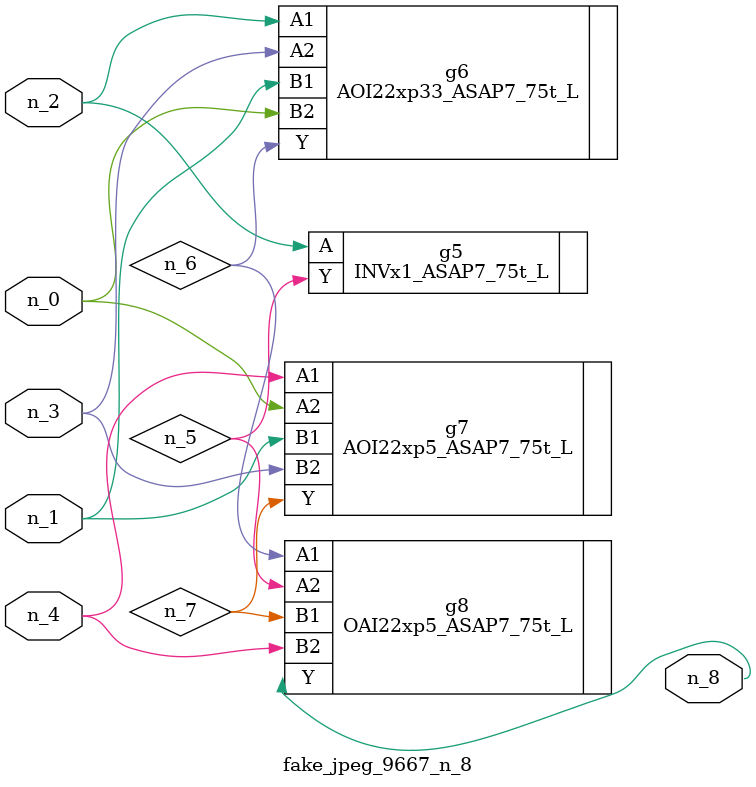
<source format=v>
module fake_jpeg_9667_n_8 (n_3, n_2, n_1, n_0, n_4, n_8);

input n_3;
input n_2;
input n_1;
input n_0;
input n_4;

output n_8;

wire n_6;
wire n_5;
wire n_7;

INVx1_ASAP7_75t_L g5 ( 
.A(n_2),
.Y(n_5)
);

AOI22xp33_ASAP7_75t_L g6 ( 
.A1(n_2),
.A2(n_3),
.B1(n_1),
.B2(n_0),
.Y(n_6)
);

AOI22xp5_ASAP7_75t_L g7 ( 
.A1(n_4),
.A2(n_0),
.B1(n_1),
.B2(n_3),
.Y(n_7)
);

OAI22xp5_ASAP7_75t_L g8 ( 
.A1(n_6),
.A2(n_5),
.B1(n_7),
.B2(n_4),
.Y(n_8)
);


endmodule
</source>
